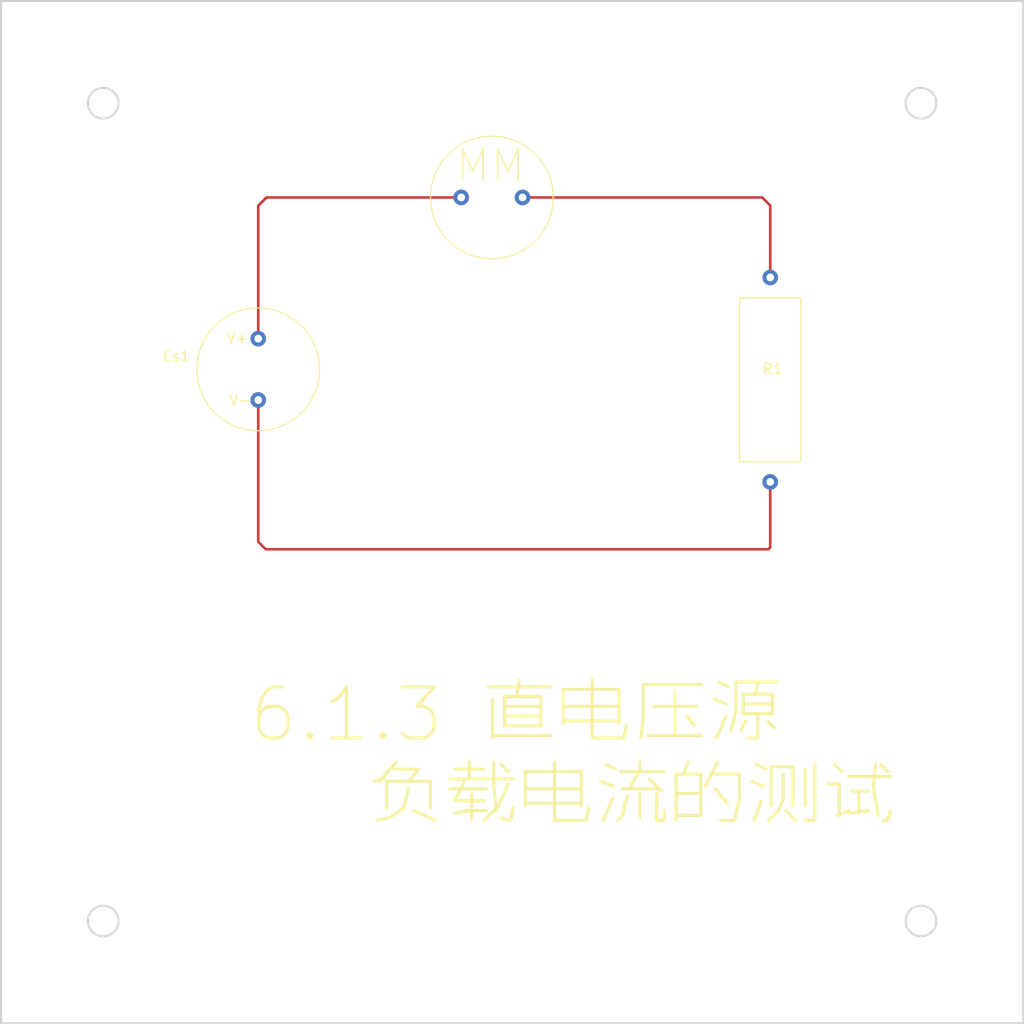
<source format=kicad_pcb>
(kicad_pcb (version 20211014) (generator pcbnew)
  (layers (0 "F.Cu" signal) (31 "B.Cu" signal) (34 "B.Paste" user) (35 "F.Paste" user) (36 "B.SilkS" user "B.Silkscreen") (37 "F.SilkS" user "F.Silkscreen") (38 "B.Mask" user) (39 "F.Mask" user) (44 "Edge.Cuts" user))
  (net 0 "")
  (net 1 "Net-(Es1-Pad1)")
  (net 2 "Net-(Es1-Pad2)")
  (net 3 "Net-(R1-Pad1)")
  (footprint "test2021:Multimeter" (layer "F.Cu") (at 68.0212 39.2176 90)
    (fp_text reference "MM" (at 3.0988 -0.1524 unlocked) (layer "F.SilkS") (effects (font (size 3 3))))
    (fp_text value "mA")
    (fp_circle (center 0 0) (end 6 0) (layer "F.SilkS") (width 0.12) (fill none))
    (pad "1" thru_hole circle (at 0 -3 90) (size 1.524 1.524) (drill 0.762) (layers *.Cu *.Mask) (net 1 "Net-(Es1-Pad1)"))
    (pad "2" thru_hole circle (at 0 3 90) (size 1.524 1.524) (drill 0.762) (layers *.Cu *.Mask) (net 3 "Net-(R1-Pad1)"))
  )
  (footprint "test2021:Vs" (layer "F.Cu") (at 45.1612 56.0324)
    (fp_text reference "Es1" (at -8.001 -1.2954 unlocked) (layer "F.SilkS"))
    (fp_text value "1V")
    (fp_text user "V+" (at -2.032 -3.048 unlocked) (layer "F.SilkS"))
    (fp_text user "V-" (at -1.778 3.048 unlocked) (layer "F.SilkS"))
    (fp_circle (center 0 0) (end 6 0) (layer "F.SilkS") (width 0.12) (fill none))
    (pad "1" thru_hole circle (at 0 -3) (size 1.524 1.524) (drill 0.762) (layers *.Cu *.Mask) (net 1 "Net-(Es1-Pad1)"))
    (pad "2" thru_hole circle (at 0 3) (size 1.524 1.524) (drill 0.762) (layers *.Cu *.Mask) (net 2 "Net-(Es1-Pad2)"))
  )
  (footprint "test2021:R" (layer "F.Cu") (at 95.25 57.0484 -90)
    (fp_text reference "R1" (at -1.0668 -0.2286 unlocked) (layer "F.SilkS"))
    (fp_text value "470kΩ")
    (fp_rect (start -8 -3) (end 8 3) (layer "F.SilkS") (width 0.12) (fill none))
    (pad "1" thru_hole circle (at -10 0 270) (size 1.524 1.524) (drill 0.762) (layers *.Cu *.Mask) (net 3 "Net-(R1-Pad1)"))
    (pad "2" thru_hole circle (at 10 0 270) (size 1.524 1.524) (drill 0.762) (layers *.Cu *.Mask) (net 2 "Net-(Es1-Pad2)"))
  )
  (gr_circle (center 110 30) (end 111.5 30) (layer "Edge.Cuts") (width 0.2) (fill none))
  (gr_circle (center 30 110) (end 31.5 110) (layer "Edge.Cuts") (width 0.2) (fill none))
  (gr_rect (start 20 20) (end 120 120) (layer "Edge.Cuts") (width 0.2) (fill none))
  (gr_circle (center 110 110) (end 111.5 110) (layer "Edge.Cuts") (width 0.2) (fill none))
  (gr_circle (center 30 30) (end 31.5 30) (layer "Edge.Cuts") (width 0.2) (fill none))
  (gr_text "6.1.3 直电压源\n      负载电流的测试" (at 70.4596 93.8276) (layer "F.SilkS") (effects (font (size 5 5) (thickness 0.3))))
  (segment (start 45.1612 40.0304) (end 45.974 39.2176) (width 0.25) (layer "F.Cu") (net 1))
  (segment (start 45.974 39.2176) (end 65.0212 39.2176) (width 0.25) (layer "F.Cu") (net 1))
  (segment (start 45.1612 53.0324) (end 45.1612 40.0304) (width 0.25) (layer "F.Cu") (net 1))
  (segment (start 95.25 73.4568) (end 95.25 67.0484) (width 0.25) (layer "F.Cu") (net 2))
  (segment (start 45.1612 72.898) (end 45.8978 73.6346) (width 0.25) (layer "F.Cu") (net 2))
  (segment (start 45.1612 59.0324) (end 45.1612 72.898) (width 0.25) (layer "F.Cu") (net 2))
  (segment (start 45.8978 73.6346) (end 95.0722 73.6346) (width 0.25) (layer "F.Cu") (net 2))
  (segment (start 95.0722 73.6346) (end 95.25 73.4568) (width 0.25) (layer "F.Cu") (net 2))
  (segment (start 95.25 40.005) (end 95.25 47.0484) (width 0.25) (layer "F.Cu") (net 3))
  (segment (start 71.0212 39.2176) (end 94.4626 39.2176) (width 0.25) (layer "F.Cu") (net 3))
  (segment (start 94.4626 39.2176) (end 95.25 40.005) (width 0.25) (layer "F.Cu") (net 3))
)
</source>
